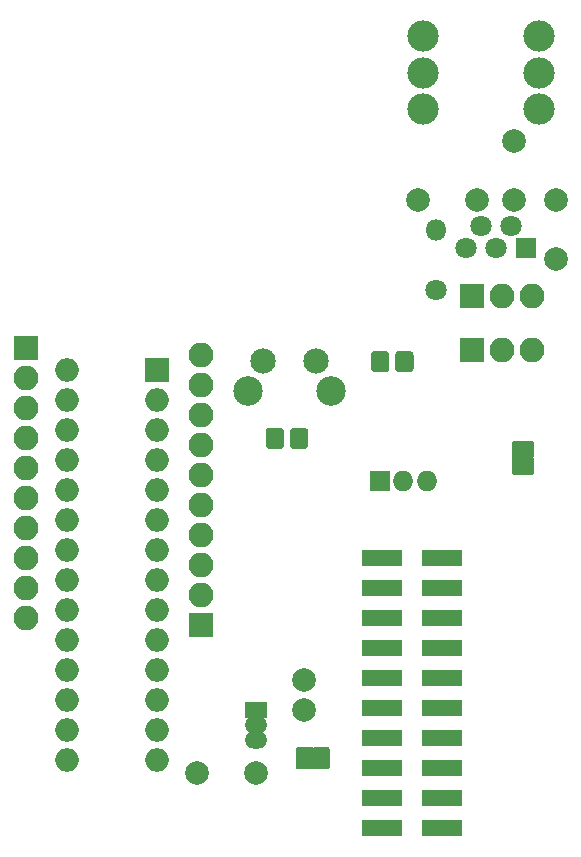
<source format=gts>
G04 #@! TF.GenerationSoftware,KiCad,Pcbnew,(5.0.0)*
G04 #@! TF.CreationDate,2020-02-26T16:23:43+01:00*
G04 #@! TF.ProjectId,KXKM_esp_remote_control_module,4B584B4D5F6573705F72656D6F74655F,rev?*
G04 #@! TF.SameCoordinates,Original*
G04 #@! TF.FileFunction,Soldermask,Top*
G04 #@! TF.FilePolarity,Negative*
%FSLAX46Y46*%
G04 Gerber Fmt 4.6, Leading zero omitted, Abs format (unit mm)*
G04 Created by KiCad (PCBNEW (5.0.0)) date 02/26/20 16:23:43*
%MOMM*%
%LPD*%
G01*
G04 APERTURE LIST*
%ADD10R,2.100000X2.100000*%
%ADD11O,2.100000X2.100000*%
%ADD12R,3.400000X1.400000*%
%ADD13C,2.000000*%
%ADD14R,2.000000X2.000000*%
%ADD15O,2.000000X2.000000*%
%ADD16O,1.900000X1.450000*%
%ADD17R,1.900000X1.450000*%
%ADD18C,1.800000*%
%ADD19O,1.800000X1.800000*%
%ADD20C,2.650000*%
%ADD21R,1.800000X1.800000*%
%ADD22C,2.500000*%
%ADD23C,2.150000*%
%ADD24C,0.300000*%
%ADD25C,0.100000*%
%ADD26R,1.750000X1.750000*%
%ADD27O,1.750000X1.750000*%
%ADD28C,1.550000*%
G04 APERTURE END LIST*
D10*
G04 #@! TO.C,J6*
X177292000Y-70104000D03*
D11*
X179832000Y-70104000D03*
X182372000Y-70104000D03*
G04 #@! TD*
G04 #@! TO.C,J5*
X139573000Y-97332800D03*
X139573000Y-94792800D03*
X139573000Y-92252800D03*
X139573000Y-89712800D03*
X139573000Y-87172800D03*
X139573000Y-84632800D03*
X139573000Y-82092800D03*
X139573000Y-79552800D03*
X139573000Y-77012800D03*
D10*
X139573000Y-74472800D03*
G04 #@! TD*
D12*
G04 #@! TO.C,J3*
X169696760Y-115168680D03*
X174736760Y-115168680D03*
X169696760Y-112628680D03*
X174736760Y-112628680D03*
X169696760Y-110088680D03*
X174736760Y-110088680D03*
X169696760Y-107548680D03*
X174736760Y-107548680D03*
X169696760Y-105008680D03*
X174736760Y-105008680D03*
X169696760Y-102468680D03*
X174736760Y-102468680D03*
X169696760Y-99928680D03*
X174736760Y-99928680D03*
X169696760Y-97388680D03*
X174736760Y-97388680D03*
X169696760Y-94848680D03*
X174736760Y-94848680D03*
X169696760Y-92308680D03*
X174736760Y-92308680D03*
G04 #@! TD*
D11*
G04 #@! TO.C,J1*
X182372000Y-74676000D03*
X179832000Y-74676000D03*
D10*
X177292000Y-74676000D03*
G04 #@! TD*
G04 #@! TO.C,J4*
X154406600Y-97967800D03*
D11*
X154406600Y-95427800D03*
X154406600Y-92887800D03*
X154406600Y-90347800D03*
X154406600Y-87807800D03*
X154406600Y-85267800D03*
X154406600Y-82727800D03*
X154406600Y-80187800D03*
X154406600Y-77647800D03*
X154406600Y-75107800D03*
G04 #@! TD*
D13*
G04 #@! TO.C,C1*
X180848000Y-61976000D03*
X180848000Y-56976000D03*
G04 #@! TD*
G04 #@! TO.C,C2*
X184404000Y-61976000D03*
X184404000Y-66976000D03*
G04 #@! TD*
G04 #@! TO.C,C3*
X177720000Y-61976000D03*
X172720000Y-61976000D03*
G04 #@! TD*
G04 #@! TO.C,C5*
X159004000Y-110490000D03*
X154004000Y-110490000D03*
G04 #@! TD*
G04 #@! TO.C,C4*
X163068000Y-102616000D03*
X163068000Y-105116000D03*
G04 #@! TD*
D14*
G04 #@! TO.C,U3*
X150622000Y-76377800D03*
D15*
X143002000Y-109397800D03*
X150622000Y-78917800D03*
X143002000Y-106857800D03*
X150622000Y-81457800D03*
X143002000Y-104317800D03*
X150622000Y-83997800D03*
X143002000Y-101777800D03*
X150622000Y-86537800D03*
X143002000Y-99237800D03*
X150622000Y-89077800D03*
X143002000Y-96697800D03*
X150622000Y-91617800D03*
X143002000Y-94157800D03*
X150622000Y-94157800D03*
X143002000Y-91617800D03*
X150622000Y-96697800D03*
X143002000Y-89077800D03*
X150622000Y-99237800D03*
X143002000Y-86537800D03*
X150622000Y-101777800D03*
X143002000Y-83997800D03*
X150622000Y-104317800D03*
X143002000Y-81457800D03*
X150622000Y-106857800D03*
X143002000Y-78917800D03*
X150622000Y-109397800D03*
X143002000Y-76377800D03*
G04 #@! TD*
D16*
G04 #@! TO.C,U4*
X159004000Y-106426000D03*
X159004000Y-107696000D03*
D17*
X159004000Y-105156000D03*
G04 #@! TD*
D18*
G04 #@! TO.C,R1*
X174244000Y-69596000D03*
D19*
X174244000Y-64516000D03*
G04 #@! TD*
D20*
G04 #@! TO.C,U1*
X173154000Y-54304000D03*
X173154000Y-51205000D03*
X173154000Y-48104000D03*
X182954000Y-48104000D03*
X182954000Y-51205000D03*
X182954000Y-54304000D03*
D18*
X176784000Y-66040000D03*
X178054000Y-64135000D03*
X179324000Y-66040000D03*
X180594000Y-64135000D03*
D21*
X181864000Y-66040000D03*
G04 #@! TD*
D22*
G04 #@! TO.C,SW2*
X158374800Y-78105800D03*
D23*
X159634800Y-75615800D03*
X164134800Y-75615800D03*
D22*
X165384800Y-78105800D03*
G04 #@! TD*
D24*
G04 #@! TO.C,JP1*
X164555000Y-109220000D03*
D25*
G36*
X164015982Y-110166157D02*
X163978463Y-110154776D01*
X163943886Y-110136294D01*
X163913579Y-110111421D01*
X163888590Y-110080940D01*
X163388590Y-109330940D01*
X163370144Y-109296343D01*
X163358802Y-109258813D01*
X163355000Y-109219791D01*
X163358884Y-109180777D01*
X163370304Y-109143270D01*
X163388590Y-109109060D01*
X163888590Y-108359060D01*
X163913431Y-108328727D01*
X163943712Y-108303822D01*
X163978270Y-108285304D01*
X164015777Y-108273884D01*
X164055000Y-108270000D01*
X165055000Y-108270000D01*
X165094018Y-108273843D01*
X165131537Y-108285224D01*
X165166114Y-108303706D01*
X165196421Y-108328579D01*
X165221294Y-108358886D01*
X165239776Y-108393463D01*
X165251157Y-108430982D01*
X165255000Y-108470000D01*
X165255000Y-109970000D01*
X165251157Y-110009018D01*
X165239776Y-110046537D01*
X165221294Y-110081114D01*
X165196421Y-110111421D01*
X165166114Y-110136294D01*
X165131537Y-110154776D01*
X165094018Y-110166157D01*
X165055000Y-110170000D01*
X164055000Y-110170000D01*
X164015982Y-110166157D01*
X164015982Y-110166157D01*
G37*
D24*
X163105000Y-109220000D03*
D25*
G36*
X162565982Y-110166157D02*
X162528463Y-110154776D01*
X162493886Y-110136294D01*
X162463579Y-110111421D01*
X162438706Y-110081114D01*
X162420224Y-110046537D01*
X162408843Y-110009018D01*
X162405000Y-109970000D01*
X162405000Y-108470000D01*
X162408843Y-108430982D01*
X162420224Y-108393463D01*
X162438706Y-108358886D01*
X162463579Y-108328579D01*
X162493886Y-108303706D01*
X162528463Y-108285224D01*
X162565982Y-108273843D01*
X162605000Y-108270000D01*
X163755000Y-108270000D01*
X163794018Y-108273843D01*
X163831537Y-108285224D01*
X163866114Y-108303706D01*
X163896421Y-108328579D01*
X163921294Y-108358886D01*
X163939776Y-108393463D01*
X163951157Y-108430982D01*
X163955000Y-108470000D01*
X163951157Y-108509018D01*
X163939776Y-108546537D01*
X163921410Y-108580940D01*
X163495370Y-109220000D01*
X163921410Y-109859060D01*
X163939856Y-109893657D01*
X163951198Y-109931187D01*
X163955000Y-109970209D01*
X163951116Y-110009223D01*
X163939696Y-110046730D01*
X163921178Y-110081288D01*
X163896273Y-110111569D01*
X163865940Y-110136410D01*
X163831343Y-110154856D01*
X163793813Y-110166198D01*
X163755000Y-110170000D01*
X162605000Y-110170000D01*
X162565982Y-110166157D01*
X162565982Y-110166157D01*
G37*
G04 #@! TD*
D24*
G04 #@! TO.C,JP2*
X181610000Y-84545000D03*
D25*
G36*
X182556157Y-85084018D02*
X182544776Y-85121537D01*
X182526294Y-85156114D01*
X182501421Y-85186421D01*
X182471114Y-85211294D01*
X182436537Y-85229776D01*
X182399018Y-85241157D01*
X182360000Y-85245000D01*
X180860000Y-85245000D01*
X180820982Y-85241157D01*
X180783463Y-85229776D01*
X180748886Y-85211294D01*
X180718579Y-85186421D01*
X180693706Y-85156114D01*
X180675224Y-85121537D01*
X180663843Y-85084018D01*
X180660000Y-85045000D01*
X180660000Y-83895000D01*
X180663843Y-83855982D01*
X180675224Y-83818463D01*
X180693706Y-83783886D01*
X180718579Y-83753579D01*
X180748886Y-83728706D01*
X180783463Y-83710224D01*
X180820982Y-83698843D01*
X180860000Y-83695000D01*
X180899018Y-83698843D01*
X180936537Y-83710224D01*
X180970940Y-83728590D01*
X181610000Y-84154630D01*
X182249060Y-83728590D01*
X182283657Y-83710144D01*
X182321187Y-83698802D01*
X182360209Y-83695000D01*
X182399223Y-83698884D01*
X182436730Y-83710304D01*
X182471288Y-83728822D01*
X182501569Y-83753727D01*
X182526410Y-83784060D01*
X182544856Y-83818657D01*
X182556198Y-83856187D01*
X182560000Y-83895000D01*
X182560000Y-85045000D01*
X182556157Y-85084018D01*
X182556157Y-85084018D01*
G37*
D24*
X181610000Y-83095000D03*
D25*
G36*
X182556157Y-83634018D02*
X182544776Y-83671537D01*
X182526294Y-83706114D01*
X182501421Y-83736421D01*
X182470940Y-83761410D01*
X181720940Y-84261410D01*
X181686343Y-84279856D01*
X181648813Y-84291198D01*
X181609791Y-84295000D01*
X181570777Y-84291116D01*
X181533270Y-84279696D01*
X181499060Y-84261410D01*
X180749060Y-83761410D01*
X180718727Y-83736569D01*
X180693822Y-83706288D01*
X180675304Y-83671730D01*
X180663884Y-83634223D01*
X180660000Y-83595000D01*
X180660000Y-82595000D01*
X180663843Y-82555982D01*
X180675224Y-82518463D01*
X180693706Y-82483886D01*
X180718579Y-82453579D01*
X180748886Y-82428706D01*
X180783463Y-82410224D01*
X180820982Y-82398843D01*
X180860000Y-82395000D01*
X182360000Y-82395000D01*
X182399018Y-82398843D01*
X182436537Y-82410224D01*
X182471114Y-82428706D01*
X182501421Y-82453579D01*
X182526294Y-82483886D01*
X182544776Y-82518463D01*
X182556157Y-82555982D01*
X182560000Y-82595000D01*
X182560000Y-83595000D01*
X182556157Y-83634018D01*
X182556157Y-83634018D01*
G37*
G04 #@! TD*
D26*
G04 #@! TO.C,SW1*
X169494200Y-85775800D03*
D27*
X171494200Y-85775800D03*
X173494200Y-85775800D03*
G04 #@! TD*
D25*
G04 #@! TO.C,D1*
G36*
X172057071Y-74742823D02*
X172089781Y-74747675D01*
X172121857Y-74755709D01*
X172152991Y-74766849D01*
X172182884Y-74780987D01*
X172211247Y-74797987D01*
X172237807Y-74817685D01*
X172262308Y-74839892D01*
X172284515Y-74864393D01*
X172304213Y-74890953D01*
X172321213Y-74919316D01*
X172335351Y-74949209D01*
X172346491Y-74980343D01*
X172354525Y-75012419D01*
X172359377Y-75045129D01*
X172361000Y-75078156D01*
X172361000Y-76204244D01*
X172359377Y-76237271D01*
X172354525Y-76269981D01*
X172346491Y-76302057D01*
X172335351Y-76333191D01*
X172321213Y-76363084D01*
X172304213Y-76391447D01*
X172284515Y-76418007D01*
X172262308Y-76442508D01*
X172237807Y-76464715D01*
X172211247Y-76484413D01*
X172182884Y-76501413D01*
X172152991Y-76515551D01*
X172121857Y-76526691D01*
X172089781Y-76534725D01*
X172057071Y-76539577D01*
X172024044Y-76541200D01*
X171147956Y-76541200D01*
X171114929Y-76539577D01*
X171082219Y-76534725D01*
X171050143Y-76526691D01*
X171019009Y-76515551D01*
X170989116Y-76501413D01*
X170960753Y-76484413D01*
X170934193Y-76464715D01*
X170909692Y-76442508D01*
X170887485Y-76418007D01*
X170867787Y-76391447D01*
X170850787Y-76363084D01*
X170836649Y-76333191D01*
X170825509Y-76302057D01*
X170817475Y-76269981D01*
X170812623Y-76237271D01*
X170811000Y-76204244D01*
X170811000Y-75078156D01*
X170812623Y-75045129D01*
X170817475Y-75012419D01*
X170825509Y-74980343D01*
X170836649Y-74949209D01*
X170850787Y-74919316D01*
X170867787Y-74890953D01*
X170887485Y-74864393D01*
X170909692Y-74839892D01*
X170934193Y-74817685D01*
X170960753Y-74797987D01*
X170989116Y-74780987D01*
X171019009Y-74766849D01*
X171050143Y-74755709D01*
X171082219Y-74747675D01*
X171114929Y-74742823D01*
X171147956Y-74741200D01*
X172024044Y-74741200D01*
X172057071Y-74742823D01*
X172057071Y-74742823D01*
G37*
D28*
X171586000Y-75641200D03*
D25*
G36*
X170007071Y-74742823D02*
X170039781Y-74747675D01*
X170071857Y-74755709D01*
X170102991Y-74766849D01*
X170132884Y-74780987D01*
X170161247Y-74797987D01*
X170187807Y-74817685D01*
X170212308Y-74839892D01*
X170234515Y-74864393D01*
X170254213Y-74890953D01*
X170271213Y-74919316D01*
X170285351Y-74949209D01*
X170296491Y-74980343D01*
X170304525Y-75012419D01*
X170309377Y-75045129D01*
X170311000Y-75078156D01*
X170311000Y-76204244D01*
X170309377Y-76237271D01*
X170304525Y-76269981D01*
X170296491Y-76302057D01*
X170285351Y-76333191D01*
X170271213Y-76363084D01*
X170254213Y-76391447D01*
X170234515Y-76418007D01*
X170212308Y-76442508D01*
X170187807Y-76464715D01*
X170161247Y-76484413D01*
X170132884Y-76501413D01*
X170102991Y-76515551D01*
X170071857Y-76526691D01*
X170039781Y-76534725D01*
X170007071Y-76539577D01*
X169974044Y-76541200D01*
X169097956Y-76541200D01*
X169064929Y-76539577D01*
X169032219Y-76534725D01*
X169000143Y-76526691D01*
X168969009Y-76515551D01*
X168939116Y-76501413D01*
X168910753Y-76484413D01*
X168884193Y-76464715D01*
X168859692Y-76442508D01*
X168837485Y-76418007D01*
X168817787Y-76391447D01*
X168800787Y-76363084D01*
X168786649Y-76333191D01*
X168775509Y-76302057D01*
X168767475Y-76269981D01*
X168762623Y-76237271D01*
X168761000Y-76204244D01*
X168761000Y-75078156D01*
X168762623Y-75045129D01*
X168767475Y-75012419D01*
X168775509Y-74980343D01*
X168786649Y-74949209D01*
X168800787Y-74919316D01*
X168817787Y-74890953D01*
X168837485Y-74864393D01*
X168859692Y-74839892D01*
X168884193Y-74817685D01*
X168910753Y-74797987D01*
X168939116Y-74780987D01*
X168969009Y-74766849D01*
X169000143Y-74755709D01*
X169032219Y-74747675D01*
X169064929Y-74742823D01*
X169097956Y-74741200D01*
X169974044Y-74741200D01*
X170007071Y-74742823D01*
X170007071Y-74742823D01*
G37*
D28*
X169536000Y-75641200D03*
G04 #@! TD*
D25*
G04 #@! TO.C,R2*
G36*
X163141671Y-81245223D02*
X163174381Y-81250075D01*
X163206457Y-81258109D01*
X163237591Y-81269249D01*
X163267484Y-81283387D01*
X163295847Y-81300387D01*
X163322407Y-81320085D01*
X163346908Y-81342292D01*
X163369115Y-81366793D01*
X163388813Y-81393353D01*
X163405813Y-81421716D01*
X163419951Y-81451609D01*
X163431091Y-81482743D01*
X163439125Y-81514819D01*
X163443977Y-81547529D01*
X163445600Y-81580556D01*
X163445600Y-82706644D01*
X163443977Y-82739671D01*
X163439125Y-82772381D01*
X163431091Y-82804457D01*
X163419951Y-82835591D01*
X163405813Y-82865484D01*
X163388813Y-82893847D01*
X163369115Y-82920407D01*
X163346908Y-82944908D01*
X163322407Y-82967115D01*
X163295847Y-82986813D01*
X163267484Y-83003813D01*
X163237591Y-83017951D01*
X163206457Y-83029091D01*
X163174381Y-83037125D01*
X163141671Y-83041977D01*
X163108644Y-83043600D01*
X162232556Y-83043600D01*
X162199529Y-83041977D01*
X162166819Y-83037125D01*
X162134743Y-83029091D01*
X162103609Y-83017951D01*
X162073716Y-83003813D01*
X162045353Y-82986813D01*
X162018793Y-82967115D01*
X161994292Y-82944908D01*
X161972085Y-82920407D01*
X161952387Y-82893847D01*
X161935387Y-82865484D01*
X161921249Y-82835591D01*
X161910109Y-82804457D01*
X161902075Y-82772381D01*
X161897223Y-82739671D01*
X161895600Y-82706644D01*
X161895600Y-81580556D01*
X161897223Y-81547529D01*
X161902075Y-81514819D01*
X161910109Y-81482743D01*
X161921249Y-81451609D01*
X161935387Y-81421716D01*
X161952387Y-81393353D01*
X161972085Y-81366793D01*
X161994292Y-81342292D01*
X162018793Y-81320085D01*
X162045353Y-81300387D01*
X162073716Y-81283387D01*
X162103609Y-81269249D01*
X162134743Y-81258109D01*
X162166819Y-81250075D01*
X162199529Y-81245223D01*
X162232556Y-81243600D01*
X163108644Y-81243600D01*
X163141671Y-81245223D01*
X163141671Y-81245223D01*
G37*
D28*
X162670600Y-82143600D03*
D25*
G36*
X161091671Y-81245223D02*
X161124381Y-81250075D01*
X161156457Y-81258109D01*
X161187591Y-81269249D01*
X161217484Y-81283387D01*
X161245847Y-81300387D01*
X161272407Y-81320085D01*
X161296908Y-81342292D01*
X161319115Y-81366793D01*
X161338813Y-81393353D01*
X161355813Y-81421716D01*
X161369951Y-81451609D01*
X161381091Y-81482743D01*
X161389125Y-81514819D01*
X161393977Y-81547529D01*
X161395600Y-81580556D01*
X161395600Y-82706644D01*
X161393977Y-82739671D01*
X161389125Y-82772381D01*
X161381091Y-82804457D01*
X161369951Y-82835591D01*
X161355813Y-82865484D01*
X161338813Y-82893847D01*
X161319115Y-82920407D01*
X161296908Y-82944908D01*
X161272407Y-82967115D01*
X161245847Y-82986813D01*
X161217484Y-83003813D01*
X161187591Y-83017951D01*
X161156457Y-83029091D01*
X161124381Y-83037125D01*
X161091671Y-83041977D01*
X161058644Y-83043600D01*
X160182556Y-83043600D01*
X160149529Y-83041977D01*
X160116819Y-83037125D01*
X160084743Y-83029091D01*
X160053609Y-83017951D01*
X160023716Y-83003813D01*
X159995353Y-82986813D01*
X159968793Y-82967115D01*
X159944292Y-82944908D01*
X159922085Y-82920407D01*
X159902387Y-82893847D01*
X159885387Y-82865484D01*
X159871249Y-82835591D01*
X159860109Y-82804457D01*
X159852075Y-82772381D01*
X159847223Y-82739671D01*
X159845600Y-82706644D01*
X159845600Y-81580556D01*
X159847223Y-81547529D01*
X159852075Y-81514819D01*
X159860109Y-81482743D01*
X159871249Y-81451609D01*
X159885387Y-81421716D01*
X159902387Y-81393353D01*
X159922085Y-81366793D01*
X159944292Y-81342292D01*
X159968793Y-81320085D01*
X159995353Y-81300387D01*
X160023716Y-81283387D01*
X160053609Y-81269249D01*
X160084743Y-81258109D01*
X160116819Y-81250075D01*
X160149529Y-81245223D01*
X160182556Y-81243600D01*
X161058644Y-81243600D01*
X161091671Y-81245223D01*
X161091671Y-81245223D01*
G37*
D28*
X160620600Y-82143600D03*
G04 #@! TD*
M02*

</source>
